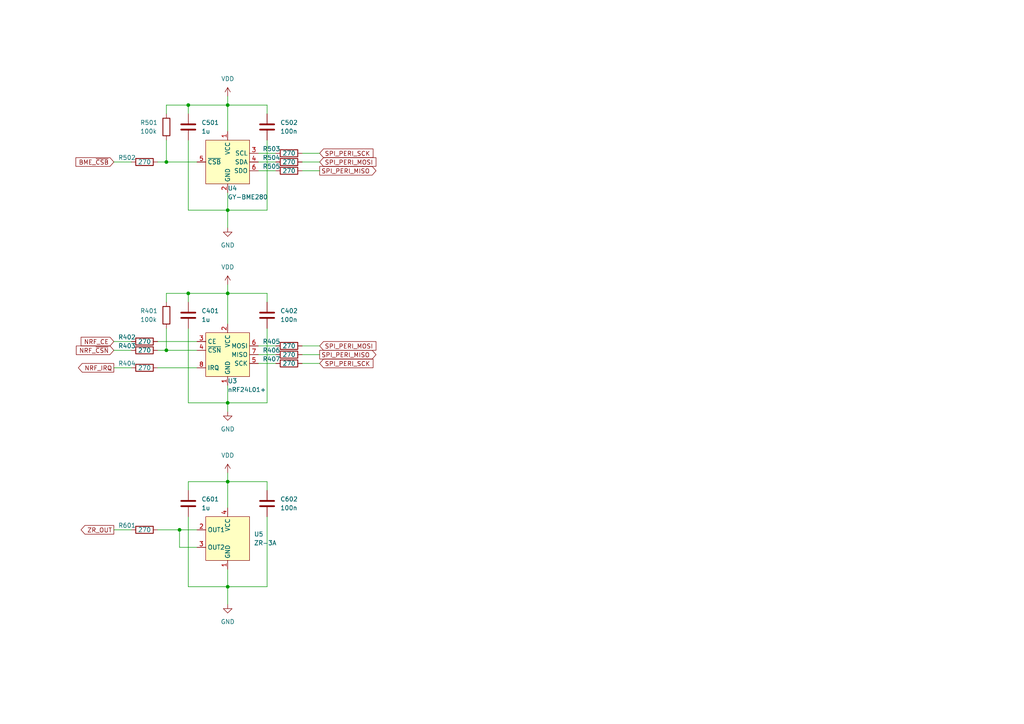
<source format=kicad_sch>
(kicad_sch (version 20211123) (generator eeschema)
  (paper "A4")
  (lib_symbols
    (symbol "Device:C" (pin_numbers hide) (pin_names (offset 0.254))
      (property "Reference" "C" (at 0.635 2.54 0))
      (property "Value" "C" (at 0.635 -2.54 0))
      (symbol "C_0_1"
        (polyline (pts (xy -2.032 -0.762) (xy 2.032 -0.762)) (stroke (width 0.508)))
        (polyline (pts (xy -2.032 0.762) (xy 2.032 0.762)) (stroke (width 0.508)))
      )
      (symbol "C_1_1"
        (pin passive line (at 0 3.81 270) (length 2.794) (name "~") (number "1"))
        (pin passive line (at 0 -3.81 90) (length 2.794) (name "~") (number "2"))
      )
    )
    (symbol "Device:R" (pin_numbers hide) (pin_names (offset 0))
      (property "Reference" "R" (at 2.032 0 90))
      (property "Value" "R" (at 0 0 90))
      (symbol "R_0_1"
        (rectangle (start -1.016 -2.54) (end 1.016 2.54) (stroke (width 0.254)))
      )
      (symbol "R_1_1"
        (pin passive line (at 0 3.81 270) (length 1.27) (name "~") (number "1"))
        (pin passive line (at 0 -3.81 90) (length 1.27) (name "~") (number "2"))
      )
    )
    (symbol "PicoWeatherStation:GY-BME280"
      (property "Reference" "U" (at 2.54 8.89 0))
      (property "Value" "GY-BME280" (at -8.89 8.89 0))
      (symbol "GY-BME280_0_1"
        (rectangle (start -6.35 6.35) (end 6.35 -6.35) (fill (type background)))
      )
      (symbol "GY-BME280_1_1"
        (pin power_in line (at 0 8.89 270) (length 2.54) (name "VCC") (number "1"))
        (pin power_in line (at 0 -8.89 90) (length 2.54) (name "GND") (number "2"))
        (pin input line (at 8.89 2.54 180) (length 2.54) (name "SCL") (number "3"))
        (pin bidirectional line (at 8.89 0 180) (length 2.54) (name "SDA") (number "4"))
        (pin input line (at -8.89 0 0) (length 2.54) (name "~{CSB}") (number "5"))
        (pin output line (at 8.89 -2.54 180) (length 2.54) (name "SDO") (number "6"))
      )
    )
    (symbol "PicoWeatherStation:ZR-3A"
      (property "Reference" "U" (at 2.54 7.62 0))
      (property "Value" "ZR-3A" (at -5.08 7.62 0))
      (symbol "ZR-3A_0_1"
        (rectangle (start -6.35 6.35) (end 6.35 -6.35) (fill (type background)))
      )
      (symbol "ZR-3A_1_1"
        (pin power_in line (at 0 -8.89 90) (length 2.54) (name "GND") (number "1"))
        (pin output line (at -8.89 2.54 0) (length 2.54) (name "OUT1") (number "2"))
        (pin input line (at -8.89 -2.54 0) (length 2.54) (name "OUT2") (number "3"))
        (pin power_in line (at 0 8.89 270) (length 2.54) (name "VCC") (number "4"))
      )
    )
    (symbol "PicoWeatherStation:nRF24L01+"
      (property "Reference" "U" (at 2.54 8.89 0))
      (property "Value" "nRF24L01+" (at -8.89 8.89 0))
      (symbol "nRF24L01+_0_1"
        (rectangle (start -6.35 6.35) (end 6.35 -6.35) (fill (type background)))
      )
      (symbol "nRF24L01+_1_1"
        (pin power_in line (at 0 -8.89 90) (length 2.54) (name "GND") (number "1"))
        (pin power_in line (at 0 8.89 270) (length 2.54) (name "VCC") (number "2"))
        (pin input line (at -8.89 3.81 0) (length 2.54) (name "CE") (number "3"))
        (pin input line (at -8.89 1.27 0) (length 2.54) (name "~{CSN}") (number "4"))
        (pin input line (at 8.89 -2.54 180) (length 2.54) (name "SCK") (number "5"))
        (pin input line (at 8.89 2.54 180) (length 2.54) (name "MOSI") (number "6"))
        (pin output line (at 8.89 0 180) (length 2.54) (name "MISO") (number "7"))
        (pin input line (at -8.89 -3.81 0) (length 2.54) (name "IRQ") (number "8"))
      )
    )
    (symbol "power:GND" (power) (pin_names (offset 0))
      (property "Value" "GND" (at 0 -3.81 0))
      (symbol "GND_0_1"
        (polyline (pts (xy 0 0) (xy 0 -1.27) (xy 1.27 -1.27) (xy 0 -2.54) (xy -1.27 -1.27) (xy 0 -1.27)))
      )
      (symbol "GND_1_1"
        (pin power_in line (at 0 0 270) (length 0) hide (name "GND") (number "1"))
      )
    )
    (symbol "power:VDD" (power) (pin_names (offset 0))
      (property "Value" "VDD" (at 0 3.81 0))
      (symbol "VDD_0_1"
        (polyline (pts (xy -0.762 1.27) (xy 0 2.54)))
        (polyline (pts (xy 0 0) (xy 0 2.54)))
        (polyline (pts (xy 0 2.54) (xy 0.762 1.27)))
      )
      (symbol "VDD_1_1"
        (pin power_in line (at 0 0 90) (length 0) hide (name "VDD") (number "1"))
      )
    )
  )
  (junction (at 54.61 30.48))
  (junction (at 66.04 139.7))
  (junction (at 66.04 60.96))
  (junction (at 52.07 153.67))
  (junction (at 66.04 170.18))
  (junction (at 48.26 46.99))
  (junction (at 54.61 85.09))
  (junction (at 48.26 101.6))
  (junction (at 66.04 116.84))
  (junction (at 66.04 85.09))
  (junction (at 66.04 30.48))
  (wire (pts (xy 77.47 60.96) (xy 66.04 60.96)))
  (wire (pts (xy 54.61 149.86) (xy 54.61 170.18)))
  (wire (pts (xy 66.04 82.55) (xy 66.04 85.09)))
  (wire (pts (xy 74.93 100.33) (xy 80.01 100.33)))
  (wire (pts (xy 54.61 170.18) (xy 66.04 170.18)))
  (wire (pts (xy 87.63 44.45) (xy 92.71 44.45)))
  (wire (pts (xy 54.61 33.02) (xy 54.61 30.48)))
  (wire (pts (xy 87.63 102.87) (xy 92.71 102.87)))
  (wire (pts (xy 66.04 55.88) (xy 66.04 60.96)))
  (wire (pts (xy 33.02 46.99) (xy 38.1 46.99)))
  (wire (pts (xy 45.72 46.99) (xy 48.26 46.99)))
  (wire (pts (xy 77.47 139.7) (xy 77.47 142.24)))
  (wire (pts (xy 48.26 30.48) (xy 54.61 30.48)))
  (wire (pts (xy 48.26 46.99) (xy 57.15 46.99)))
  (wire (pts (xy 54.61 30.48) (xy 66.04 30.48)))
  (wire (pts (xy 54.61 40.64) (xy 54.61 60.96)))
  (wire (pts (xy 77.47 85.09) (xy 77.47 87.63)))
  (wire (pts (xy 77.47 95.25) (xy 77.47 116.84)))
  (wire (pts (xy 45.72 101.6) (xy 48.26 101.6)))
  (wire (pts (xy 77.47 170.18) (xy 66.04 170.18)))
  (wire (pts (xy 48.26 33.02) (xy 48.26 30.48)))
  (wire (pts (xy 33.02 101.6) (xy 38.1 101.6)))
  (wire (pts (xy 48.26 95.25) (xy 48.26 101.6)))
  (wire (pts (xy 77.47 149.86) (xy 77.47 170.18)))
  (wire (pts (xy 87.63 105.41) (xy 92.71 105.41)))
  (wire (pts (xy 77.47 40.64) (xy 77.47 60.96)))
  (wire (pts (xy 48.26 85.09) (xy 54.61 85.09)))
  (wire (pts (xy 66.04 60.96) (xy 66.04 66.04)))
  (wire (pts (xy 74.93 46.99) (xy 80.01 46.99)))
  (wire (pts (xy 74.93 105.41) (xy 80.01 105.41)))
  (wire (pts (xy 87.63 46.99) (xy 92.71 46.99)))
  (wire (pts (xy 45.72 99.06) (xy 57.15 99.06)))
  (wire (pts (xy 66.04 139.7) (xy 66.04 147.32)))
  (wire (pts (xy 54.61 142.24) (xy 54.61 139.7)))
  (wire (pts (xy 48.26 87.63) (xy 48.26 85.09)))
  (wire (pts (xy 45.72 153.67) (xy 52.07 153.67)))
  (wire (pts (xy 87.63 49.53) (xy 92.71 49.53)))
  (wire (pts (xy 74.93 102.87) (xy 80.01 102.87)))
  (wire (pts (xy 48.26 40.64) (xy 48.26 46.99)))
  (wire (pts (xy 74.93 44.45) (xy 80.01 44.45)))
  (wire (pts (xy 66.04 111.76) (xy 66.04 116.84)))
  (wire (pts (xy 66.04 165.1) (xy 66.04 170.18)))
  (wire (pts (xy 66.04 170.18) (xy 66.04 175.26)))
  (wire (pts (xy 54.61 139.7) (xy 66.04 139.7)))
  (wire (pts (xy 66.04 85.09) (xy 77.47 85.09)))
  (wire (pts (xy 74.93 49.53) (xy 80.01 49.53)))
  (wire (pts (xy 54.61 95.25) (xy 54.61 116.84)))
  (wire (pts (xy 66.04 116.84) (xy 66.04 119.38)))
  (wire (pts (xy 87.63 100.33) (xy 92.71 100.33)))
  (wire (pts (xy 57.15 158.75) (xy 52.07 158.75)))
  (wire (pts (xy 33.02 99.06) (xy 38.1 99.06)))
  (wire (pts (xy 77.47 116.84) (xy 66.04 116.84)))
  (wire (pts (xy 77.47 30.48) (xy 77.47 33.02)))
  (wire (pts (xy 45.72 106.68) (xy 57.15 106.68)))
  (wire (pts (xy 66.04 27.94) (xy 66.04 30.48)))
  (wire (pts (xy 48.26 101.6) (xy 57.15 101.6)))
  (wire (pts (xy 66.04 30.48) (xy 77.47 30.48)))
  (wire (pts (xy 54.61 87.63) (xy 54.61 85.09)))
  (wire (pts (xy 54.61 116.84) (xy 66.04 116.84)))
  (wire (pts (xy 66.04 137.16) (xy 66.04 139.7)))
  (wire (pts (xy 54.61 85.09) (xy 66.04 85.09)))
  (wire (pts (xy 33.02 106.68) (xy 38.1 106.68)))
  (wire (pts (xy 52.07 153.67) (xy 57.15 153.67)))
  (wire (pts (xy 54.61 60.96) (xy 66.04 60.96)))
  (wire (pts (xy 66.04 85.09) (xy 66.04 93.98)))
  (wire (pts (xy 52.07 158.75) (xy 52.07 153.67)))
  (wire (pts (xy 33.02 153.67) (xy 38.1 153.67)))
  (wire (pts (xy 66.04 139.7) (xy 77.47 139.7)))
  (wire (pts (xy 66.04 30.48) (xy 66.04 38.1)))
  (global_label "SPI_PERI_MISO" (shape output) (at 92.71 102.87 0) (property "Intersheet References" "${INTERSHEET_REFS}" (effects hide)))
  (global_label "NRF_IRQ" (shape output) (at 33.02 106.68 180) (property "Intersheet References" "${INTERSHEET_REFS}" (effects hide)))
  (global_label "SPI_PERI_MISO" (shape output) (at 92.71 49.53 0) (property "Intersheet References" "${INTERSHEET_REFS}" (effects hide)))
  (global_label "BME_~{CSB}" (shape input) (at 33.02 46.99 180) (property "Intersheet References" "${INTERSHEET_REFS}" (effects hide)))
  (global_label "SPI_PERI_SCK" (shape input) (at 92.71 44.45 0) (property "Intersheet References" "${INTERSHEET_REFS}" (effects hide)))
  (global_label "SPI_PERI_SCK" (shape input) (at 92.71 105.41 0) (property "Intersheet References" "${INTERSHEET_REFS}" (effects hide)))
  (global_label "NRF_~{CSN}" (shape input) (at 33.02 101.6 180) (property "Intersheet References" "${INTERSHEET_REFS}" (effects hide)))
  (global_label "SPI_PERI_MOSI" (shape input) (at 92.71 100.33 0) (property "Intersheet References" "${INTERSHEET_REFS}" (effects hide)))
  (global_label "NRF_CE" (shape input) (at 33.02 99.06 180) (property "Intersheet References" "${INTERSHEET_REFS}" (effects hide)))
  (global_label "ZR_OUT" (shape output) (at 33.02 153.67 180) (property "Intersheet References" "${INTERSHEET_REFS}" (effects hide)))
  (global_label "SPI_PERI_MOSI" (shape input) (at 92.71 46.99 0) (property "Intersheet References" "${INTERSHEET_REFS}" (effects hide)))
  (symbol (lib_id "Device:R") (at 41.91 99.06 90) (unit 1)
    (property "Reference" "R402" (at 36.83 97.79 90))
    (property "Value" "270" (at 41.91 99.06 90))
    (property "Footprint" "Resistor_SMD:R_0805_2012Metric_Pad1.20x1.40mm_HandSolder" (effects hide))
  )
  (symbol (lib_id "power:VDD") (at 66.04 82.55 0) (unit 1)
    (property "Reference" "#PWR0117" (effects hide))
    (property "Value" "VDD" (at 66.04 77.47 0))
  )
  (symbol (lib_id "Device:R") (at 48.26 91.44 0) (mirror y) (unit 1)
    (property "Reference" "R401" (at 40.64 90.17 0) (effects (justify right)))
    (property "Value" "100k" (at 40.64 92.71 0) (effects (justify right)))
    (property "Footprint" "Resistor_SMD:R_0805_2012Metric_Pad1.20x1.40mm_HandSolder" (effects hide))
  )
  (symbol (lib_id "Device:C") (at 77.47 146.05 0) (unit 1)
    (property "Reference" "C602" (at 81.28 144.7799 0) (effects (justify left)))
    (property "Value" "100n" (at 81.28 147.3199 0) (effects (justify left)))
    (property "Footprint" "Capacitor_SMD:C_0805_2012Metric_Pad1.18x1.45mm_HandSolder" (effects hide))
  )
  (symbol (lib_id "PicoWeatherStation:GY-BME280") (at 66.04 46.99 0) (unit 1)
    (property "Reference" "U4" (at 66.04 54.61 0) (effects (justify left)))
    (property "Value" "GY-BME280" (at 66.04 57.15 0) (effects (justify left)))
    (property "Footprint" "PicoWeatherStation:GY-BME280" (effects hide))
    (property "Datasheet" "https://www.bosch-sensortec.com/media/boschsensortec/downloads/datasheets/bst-bme280-ds002.pdf" (effects hide))
  )
  (symbol (lib_id "Device:R") (at 83.82 44.45 90) (unit 1)
    (property "Reference" "R503" (at 78.74 43.18 90))
    (property "Value" "270" (at 83.82 44.45 90))
    (property "Footprint" "Resistor_SMD:R_0805_2012Metric_Pad1.20x1.40mm_HandSolder" (effects hide))
  )
  (symbol (lib_id "Device:C") (at 77.47 91.44 0) (unit 1)
    (property "Reference" "C402" (at 81.28 90.1699 0) (effects (justify left)))
    (property "Value" "100n" (at 81.28 92.7099 0) (effects (justify left)))
    (property "Footprint" "Capacitor_SMD:C_0805_2012Metric_Pad1.18x1.45mm_HandSolder" (effects hide))
  )
  (symbol (lib_id "Device:C") (at 54.61 36.83 0) (unit 1)
    (property "Reference" "C501" (at 58.42 35.5599 0) (effects (justify left)))
    (property "Value" "1u" (at 58.42 38.0999 0) (effects (justify left)))
    (property "Footprint" "Capacitor_SMD:C_0805_2012Metric_Pad1.18x1.45mm_HandSolder" (effects hide))
  )
  (symbol (lib_id "Device:R") (at 41.91 101.6 90) (unit 1)
    (property "Reference" "R403" (at 36.83 100.33 90))
    (property "Value" "270" (at 41.91 101.6 90))
    (property "Footprint" "Resistor_SMD:R_0805_2012Metric_Pad1.20x1.40mm_HandSolder" (effects hide))
  )
  (symbol (lib_id "power:GND") (at 66.04 119.38 0) (unit 1)
    (property "Reference" "#PWR0114" (effects hide))
    (property "Value" "GND" (at 66.04 124.46 0))
  )
  (symbol (lib_id "power:VDD") (at 66.04 137.16 0) (unit 1)
    (property "Reference" "#PWR0115" (effects hide))
    (property "Value" "VDD" (at 66.04 132.08 0))
  )
  (symbol (lib_id "power:GND") (at 66.04 66.04 0) (unit 1)
    (property "Reference" "#PWR0116" (effects hide))
    (property "Value" "GND" (at 66.04 71.12 0))
  )
  (symbol (lib_id "Device:R") (at 83.82 49.53 90) (unit 1)
    (property "Reference" "R505" (at 78.74 48.26 90))
    (property "Value" "270" (at 83.82 49.53 90))
    (property "Footprint" "Resistor_SMD:R_0805_2012Metric_Pad1.20x1.40mm_HandSolder" (effects hide))
  )
  (symbol (lib_id "power:VDD") (at 66.04 27.94 0) (unit 1)
    (property "Reference" "#PWR0118" (effects hide))
    (property "Value" "VDD" (at 66.04 22.86 0))
  )
  (symbol (lib_id "Device:R") (at 41.91 46.99 90) (unit 1)
    (property "Reference" "R502" (at 36.83 45.72 90))
    (property "Value" "270" (at 41.91 46.99 90))
    (property "Footprint" "Resistor_SMD:R_0805_2012Metric_Pad1.20x1.40mm_HandSolder" (effects hide))
  )
  (symbol (lib_id "PicoWeatherStation:ZR-3A") (at 66.04 156.21 0) (unit 1)
    (property "Reference" "U5" (at 73.66 154.9399 0) (effects (justify left)))
    (property "Value" "ZR-3A" (at 73.66 157.4799 0) (effects (justify left)))
    (property "Footprint" "PicoWeatherStation:ZR-3A" (effects hide))
  )
  (symbol (lib_id "Device:R") (at 83.82 105.41 90) (unit 1)
    (property "Reference" "R407" (at 78.74 104.14 90))
    (property "Value" "270" (at 83.82 105.41 90))
    (property "Footprint" "Resistor_SMD:R_0805_2012Metric_Pad1.20x1.40mm_HandSolder" (effects hide))
  )
  (symbol (lib_id "Device:C") (at 77.47 36.83 0) (unit 1)
    (property "Reference" "C502" (at 81.28 35.5599 0) (effects (justify left)))
    (property "Value" "100n" (at 81.28 38.0999 0) (effects (justify left)))
    (property "Footprint" "Capacitor_SMD:C_0805_2012Metric_Pad1.18x1.45mm_HandSolder" (effects hide))
  )
  (symbol (lib_id "Device:R") (at 41.91 153.67 90) (unit 1)
    (property "Reference" "R601" (at 36.83 152.4 90))
    (property "Value" "270" (at 41.91 153.67 90))
    (property "Footprint" "Resistor_SMD:R_0805_2012Metric_Pad1.20x1.40mm_HandSolder" (effects hide))
  )
  (symbol (lib_id "PicoWeatherStation:nRF24L01+") (at 66.04 102.87 0) (unit 1)
    (property "Reference" "U3" (at 66.04 110.49 0) (effects (justify left)))
    (property "Value" "nRF24L01+" (at 66.04 113.03 0) (effects (justify left)))
    (property "Footprint" "PicoWeatherStation:nRF24L01+" (effects hide))
    (property "Datasheet" "https://www.sparkfun.com/datasheets/Components/SMD/nRF24L01Pluss_Preliminary_Product_Specification_v1_0.pdf" (effects hide))
  )
  (symbol (lib_id "Device:R") (at 83.82 46.99 90) (unit 1)
    (property "Reference" "R504" (at 78.74 45.72 90))
    (property "Value" "270" (at 83.82 46.99 90))
    (property "Footprint" "Resistor_SMD:R_0805_2012Metric_Pad1.20x1.40mm_HandSolder" (effects hide))
  )
  (symbol (lib_id "Device:R") (at 83.82 100.33 90) (unit 1)
    (property "Reference" "R405" (at 78.74 99.06 90))
    (property "Value" "270" (at 83.82 100.33 90))
    (property "Footprint" "Resistor_SMD:R_0805_2012Metric_Pad1.20x1.40mm_HandSolder" (effects hide))
  )
  (symbol (lib_id "Device:C") (at 54.61 91.44 0) (unit 1)
    (property "Reference" "C401" (at 58.42 90.1699 0) (effects (justify left)))
    (property "Value" "1u" (at 58.42 92.7099 0) (effects (justify left)))
    (property "Footprint" "Capacitor_SMD:C_0805_2012Metric_Pad1.18x1.45mm_HandSolder" (effects hide))
  )
  (symbol (lib_id "Device:R") (at 48.26 36.83 0) (unit 1)
    (property "Reference" "R501" (at 40.64 35.56 0) (effects (justify left)))
    (property "Value" "100k" (at 40.64 38.1 0) (effects (justify left)))
    (property "Footprint" "Resistor_SMD:R_0805_2012Metric_Pad1.20x1.40mm_HandSolder" (effects hide))
  )
  (symbol (lib_id "power:GND") (at 66.04 175.26 0) (unit 1)
    (property "Reference" "#PWR0113" (effects hide))
    (property "Value" "GND" (at 66.04 180.34 0))
  )
  (symbol (lib_id "Device:R") (at 41.91 106.68 90) (unit 1)
    (property "Reference" "R404" (at 36.83 105.41 90))
    (property "Value" "270" (at 41.91 106.68 90))
    (property "Footprint" "Resistor_SMD:R_0805_2012Metric_Pad1.20x1.40mm_HandSolder" (effects hide))
  )
  (symbol (lib_id "Device:R") (at 83.82 102.87 90) (unit 1)
    (property "Reference" "R406" (at 78.74 101.6 90))
    (property "Value" "270" (at 83.82 102.87 90))
    (property "Footprint" "Resistor_SMD:R_0805_2012Metric_Pad1.20x1.40mm_HandSolder" (effects hide))
  )
  (symbol (lib_id "Device:C") (at 54.61 146.05 0) (unit 1)
    (property "Reference" "C601" (at 58.42 144.7799 0) (effects (justify left)))
    (property "Value" "1u" (at 58.42 147.3199 0) (effects (justify left)))
    (property "Footprint" "Capacitor_SMD:C_0805_2012Metric_Pad1.18x1.45mm_HandSolder" (effects hide))
  )
)
</source>
